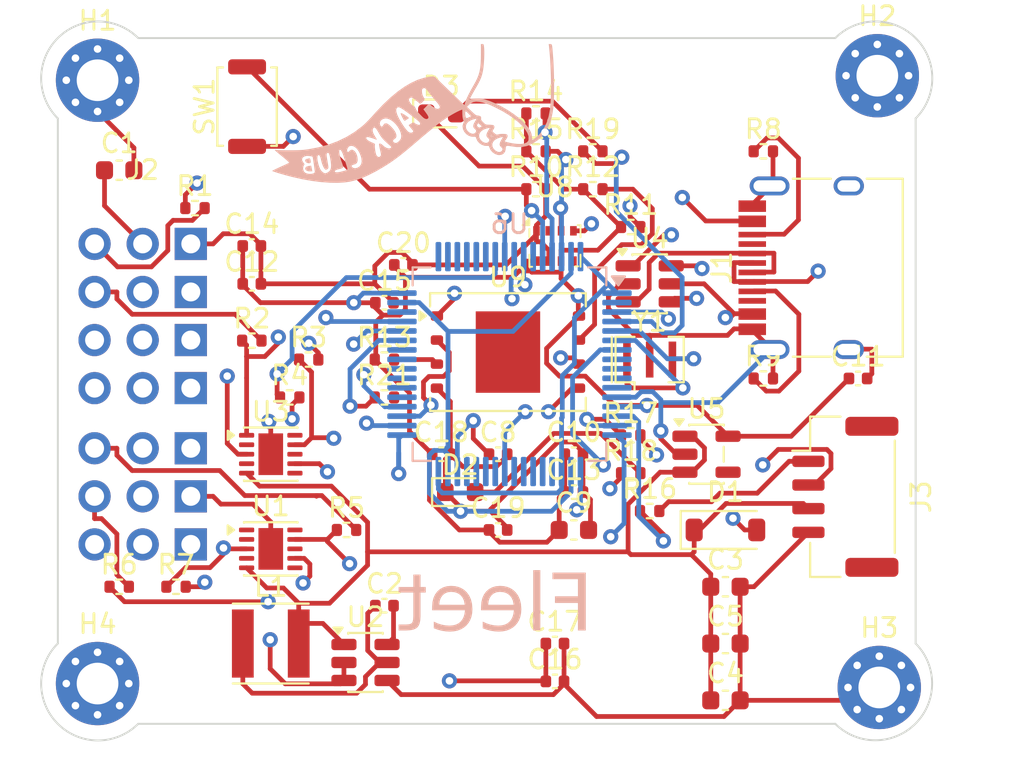
<source format=kicad_pcb>
(kicad_pcb (version 20241229) (generator "pcbnew") (generator_version "9.0")
  (layers (0 "F.Cu" signal) (2 "B.Cu" signal) (13 "F.Paste" user) (15 "B.Paste" user) (5 "F.SilkS" user "F.Silkscreen") (7 "B.SilkS" user "B.Silkscreen") (1 "F.Mask" user) (3 "B.Mask" user) (25 "Edge.Cuts" user))
  (net 0 "")
  (net 1 "GND")
  (net 2 "/S2")
  (net 3 "/S3")
  (net 4 "+3V3")
  (net 5 "VBUS")
  (net 6 "+5V")
  (net 7 "Net-(D1-A)")
  (net 8 "/S1")
  (net 9 "Net-(D3-A)")
  (net 10 "/USB_D+")
  (net 11 "/USB_D-")
  (net 12 "/TAIL")
  (net 13 "/ESC")
  (net 14 "/RPM")
  (net 15 "/SBUS")
  (net 16 "Net-(D2-A)")
  (net 17 "Net-(U2-BST)")
  (net 18 "Net-(U2-SW)")
  (net 19 "Net-(U6-PH0)")
  (net 20 "Net-(U6-PH1)")
  (net 21 "Net-(U6-VCAP_1)")
  (net 22 "Net-(J1-CC1)")
  (net 23 "Net-(J1-CC2)")
  (net 24 "Net-(J2-Pin_1)")
  (net 25 "Net-(J2-Pin_2)")
  (net 26 "Net-(J2-Pin_3)")
  (net 27 "Net-(J2-Pin_4)")
  (net 28 "Net-(J2-Pin_5)")
  (net 29 "Net-(J2-Pin_6)")
  (net 30 "/MCU_D-")
  (net 31 "/MCU_D+")
  (net 32 "Net-(J2-Pin_7)")
  (net 33 "Net-(J3-Pin_1)")
  (net 34 "Net-(J3-Pin_2)")
  (net 35 "Net-(U6-BOOT0)")
  (net 36 "/BARO_SCL")
  (net 37 "/BARO_SDA")
  (net 38 "Net-(U6-NRST)")
  (net 39 "Net-(U9-IO3)")
  (net 40 "Net-(U9-IO2)")
  (net 41 "/UART4_TX")
  (net 42 "/UART4_RX")
  (net 43 "/DSM")
  (net 44 "/LED_RD")
  (net 45 "/LED_GR")
  (net 46 "/FLASH_NSS")
  (net 47 "/FLASH_MISO")
  (net 48 "/FLASH_MOSI")
  (net 49 "/FLASH_SCK")
  (net 50 "Net-(J4-Pin_3)")
  (net 56 "/VBAT_ADC")
  (net 57 "/Vx_ADC")
  (net 58 "/5V_ADC")
  (net 59 "/Vx_Curr")
  (net 60 "/BMI_NSS")
  (net 61 "/BMI_SCK")
  (net 62 "/BMI_MISO")
  (net 63 "/BMI_MOSI")
  (net 64 "/ESC_Curr")
  (net 67 "/UART3_TX")
  (net 68 "/UART3_RX")
  (net 69 "/UART6_TX")
  (net 70 "/UART6_RX")
  (net 73 "/LEDOUT")
  (net 75 "/SWDIO")
  (net 76 "/SWCLK")
  (net 77 "/BMI_INT")
  (footprint "Capacitor_SMD:C_0402_1005Metric" (layer "F.Cu") (at 136.24 92.39)
    (property "Reference" "C14")
    (property "Value" "100n")
  )
  (footprint "Capacitor_SMD:C_0402_1005Metric" (layer "F.Cu") (at 152.24 113.39)
    (property "Reference" "C17")
    (property "Value" "100n")
  )
  (footprint "Resistor_SMD:R_0402_1005Metric" (layer "F.Cu") (at 151.24 85.39)
    (property "Reference" "R14")
    (property "Value" "10k")
  )
  (footprint "Resistor_SMD:R_0402_1005Metric" (layer "F.Cu") (at 143.24 100.39)
    (property "Reference" "R21")
    (property "Value" "22")
  )
  (footprint "Resistor_SMD:R_0402_1005Metric" (layer "F.Cu") (at 151.24 89.39)
    (property "Reference" "R10")
    (property "Value" "10k")
  )
  (footprint "Resistor_SMD:R_0402_1005Metric" (layer "F.Cu") (at 143.24 98.39)
    (property "Reference" "R13")
    (property "Value" "10k")
  )
  (footprint "MountingHole:MountingHole_2.2mm_M2_Pad_Via" (layer "F.Cu") (at 128.0967 83.6367)
    (property "Reference" "H1")
    (property "Value" "MountingHole")
  )
  (footprint "Capacitor_SMD:C_0402_1005Metric" (layer "F.Cu") (at 146.24 103.39)
    (property "Reference" "C18")
    (property "Value" "100n")
  )
  (footprint "Capacitor_SMD:C_0402_1005Metric" (layer "F.Cu") (at 144.24 93.39)
    (property "Reference" "C20")
    (property "Value" "4.7u")
  )
  (footprint "Capacitor_SMD:C_0402_1005Metric" (layer "F.Cu") (at 149.24 103.39)
    (property "Reference" "C8")
    (property "Value" "2.2u")
  )
  (footprint "Capacitor_SMD:C_0402_1005Metric" (layer "F.Cu") (at 136.24 94.39)
    (property "Reference" "C12")
    (property "Value" "100n")
  )
  (footprint "Capacitor_SMD:C_0603_1608Metric" (layer "F.Cu") (at 161.24 116.39)
    (property "Reference" "C4")
    (property "Value" "22u")
  )
  (footprint "Package_TO_SOT_SMD:TSOT-23-6" (layer "F.Cu") (at 142.24 114.39)
    (property "Reference" "U2")
    (property "Value" "AP63205WU")
  )
  (footprint "Inductor_SMD:L_Vishay_IFSC-1515AH_4x4x1.8mm" (layer "F.Cu") (at 137.24 113.39)
    (property "Reference" "L1")
    (property "Value" "CSME0418D-4R7M-LRH")
  )
  (footprint "Resistor_SMD:R_0402_1005Metric" (layer "F.Cu") (at 141.24 107.39)
    (property "Reference" "R5")
    (property "Value" "470")
  )
  (footprint "Package_TO_SOT_SMD:SOT-23-5" (layer "F.Cu") (at 160.24 103.39)
    (property "Reference" "U5")
    (property "Value" "XC6220B331MR")
  )
  (footprint "Resistor_SMD:R_0402_1005Metric" (layer "F.Cu") (at 163.24 87.39)
    (property "Reference" "R8")
    (property "Value" "5.1k")
  )
  (footprint "Package_TO_SOT_SMD:SOT-23-6" (layer "F.Cu") (at 157.24 94.39)
    (property "Reference" "U4")
    (property "Value" "USBLC6-2SC6")
  )
  (footprint "Resistor_SMD:R_0402_1005Metric" (layer "F.Cu") (at 151.24 87.39)
    (property "Reference" "R15")
    (property "Value" "10k")
  )
  (footprint "Package_DFN_QFN:DFN-10-1EP_2.6x2.6mm_P0.5mm_EP1.3x2.2mm" (layer "F.Cu") (at 137.24 103.39)
    (property "Reference" "U3")
    (property "Value" "ESD1014")
  )
  (footprint "Resistor_SMD:R_0402_1005Metric" (layer "F.Cu") (at 154.24 89.39)
    (property "Reference" "R12")
    (property "Value" "10k")
  )
  (footprint "LED_SMD:LED_0603_1608Metric" (layer "F.Cu") (at 147.24 105.39)
    (property "Reference" "D2")
    (property "Value" "Green")
  )
  (footprint "Resistor_SMD:R_0402_1005Metric" (layer "F.Cu") (at 129.24 110.39)
    (property "Reference" "R6")
    (property "Value" "470")
  )
  (footprint "servo:7xServo_Vertical" (layer "F.Cu") (at 130.485 100.21)
    (property "Reference" "J2")
    (property "Value" "Outputs")
  )
  (footprint "Resistor_SMD:R_0402_1005Metric" (layer "F.Cu") (at 154.24 87.39)
    (property "Reference" "R19")
    (property "Value" "47")
  )
  (footprint "Capacitor_SMD:C_0603_1608Metric" (layer "F.Cu") (at 153.24 107.39)
    (property "Reference" "C9")
    (property "Value" "10u")
  )
  (footprint "Capacitor_SMD:C_0402_1005Metric" (layer "F.Cu") (at 143.24 95.39)
    (property "Reference" "C15")
    (property "Value" "100n")
  )
  (footprint "Capacitor_SMD:C_0402_1005Metric" (layer "F.Cu") (at 168.24 99.39)
    (property "Reference" "C11")
    (property "Value" "1u")
  )
  (footprint "Resistor_SMD:R_0402_1005Metric" (layer "F.Cu") (at 163.24 99.39)
    (property "Reference" "R9")
    (property "Value" "5.1k")
  )
  (footprint "Capacitor_SMD:C_0402_1005Metric" (layer "F.Cu") (at 153.24 105.39)
    (property "Reference" "C13")
    (property "Value" "100n")
  )
  (footprint "Resistor_SMD:R_0402_1005Metric" (layer "F.Cu") (at 156.24 102.39)
    (property "Reference" "R17")
    (property "Value" "22")
  )
  (footprint "Resistor_SMD:R_0402_1005Metric" (layer "F.Cu") (at 156.24 104.39)
    (property "Reference" "R18")
    (property "Value" "75")
  )
  (footprint "Package_LGA:Bosch_LGA-8_2x2.5mm_P0.65mm_ClockwisePinNumbering" (layer "F.Cu") (at 152.24 92.39)
    (property "Reference" "U8")
    (property "Value" "SPL06-001")
  )
  (footprint "Capacitor_SMD:C_0402_1005Metric" (layer "F.Cu") (at 152.24 115.39)
    (property "Reference" "C16")
    (property "Value" "100n")
  )
  (footprint "Connector_USB:USB_C_Receptacle_HRO_TYPE-C-31-M-12" (layer "F.Cu") (at 166.7 93.54 90)
    (property "Reference" "J1")
    (property "Value" "USB_C_Receptacle_USB2.0")
  )
  (footprint "LED_SMD:LED_0603_1608Metric" (layer "F.Cu") (at 146.24 85.39)
    (property "Reference" "D3")
    (property "Value" "Red")
  )
  (footprint "Capacitor_SMD:C_0603_1608Metric" (layer "F.Cu") (at 161.24 110.39)
    (property "Reference" "C3")
    (property "Value" "22u")
  )
  (footprint "Resistor_SMD:R_0402_1005Metric" (layer "F.Cu") (at 156.24 91.39)
    (property "Reference" "R11")
    (property "Value" "10k")
  )
  (footprint "Connector_JST:JST_GH_BM04B-GHS-TBT_1x04-1MP_P1.25mm_Vertical" (layer "F.Cu") (at 167.57 105.64 -90)
    (property "Reference" "J3")
    (property "Value" "A")
  )
  (footprint "Capacitor_SMD:C_0402_1005Metric" (layer "F.Cu") (at 143.24 111.39)
    (property "Reference" "C2")
    (property "Value" "100n")
  )
  (footprint "MountingHole:MountingHole_2.2mm_M2_Pad_Via" (layer "F.Cu") (at 169.2567 83.3967)
    (property "Reference" "H2")
    (property "Value" "MountingHole")
  )
  (footprint "Resistor_SMD:R_0402_1005Metric" (layer "F.Cu") (at 136.24 97.39)
    (property "Reference" "R2")
    (property "Value" "470")
  )
  (footprint "Capacitor_SMD:C_0402_1005Metric" (layer "F.Cu") (at 149.24 107.39)
    (property "Reference" "C19")
    (property "Value" "100n")
  )
  (footprint "Diode_SMD:D_SOD-123" (layer "F.Cu") (at 161.24 107.39)
    (property "Reference" "D1")
    (property "Value" "B5819W_C8598")
  )
  (footprint "Capacitor_SMD:C_0402_1005Metric" (layer "F.Cu") (at 153.24 103.39)
    (property "Reference" "C10")
    (property "Value" "100n")
  )
  (footprint "Capacitor_SMD:C_0603_1608Metric" (layer "F.Cu") (at 161.24 113.39)
    (property "Reference" "C5")
    (property "Value" "10u")
  )
  (footprint "Resistor_SMD:R_0402_1005Metric" (layer "F.Cu") (at 139.24 98.39)
    (property "Reference" "R3")
    (property "Value" "470")
  )
  (footprint "Package_SON:WSON-8-1EP_8x6mm_P1.27mm_EP3.4x4.3mm" (layer "F.Cu") (at 149.76 97.995)
    (property "Reference" "U9")
    (property "Value" "W25N01G")
  )
  (footprint "MountingHole:MountingHole_2.2mm_M2_Pad_Via" (layer "F.Cu") (at 169.36 115.71)
    (property "Reference" "H3")
    (property "Value" "MountingHole")
  )
  (footprint "MountingHole:MountingHole_2.2mm_M2_Pad_Via" (layer "F.Cu") (at 128.0967 115.5033)
    (property "Reference" "H4")
    (property "Value" "MountingHole")
  )
  (footprint "Package_DFN_QFN:DFN-10-1EP_2.6x2.6mm_P0.5mm_EP1.3x2.2mm" (layer "F.Cu") (at 137.24 108.39)
    (property "Reference" "U1")
    (property "Value" "ESD1014")
  )
  (footprint "Capacitor_SMD:C_0603_1608Metric" (layer "F.Cu") (at 129.24 88.39)
    (property "Reference" "C1")
    (property "Value" "10u")
  )
  (footprint "Button_Switch_SMD:SW_Push_SPST_NO_Alps_SKRK" (layer "F.Cu") (at 135.99 85.03 90)
    (property "Reference" "SW1")
    (property "Value" "SW_Push")
  )
  (footprint "Resistor_SMD:R_0402_1005Metric" (layer "F.Cu") (at 133.24 90.39)
    (property "Reference" "R1")
    (property "Value" "470")
  )
  (footprint "Resistor_SMD:R_0402_1005Metric" (layer "F.Cu") (at 138.24 100.39)
    (property "Reference" "R4")
    (property "Value" "470")
  )
  (footprint "Resistor_SMD:R_0402_1005Metric" (layer "F.Cu") (at 157.24 106.39)
    (property "Reference" "R16")
    (property "Value" "22")
  )
  (footprint "Resistor_SMD:R_0402_1005Metric" (layer "F.Cu") (at 132.24 110.39)
    (property "Reference" "R7")
    (property "Value" "22r")
  )
  (footprint "Crystal:Resonator_SMD_Murata_CSTxExxV-3Pin_3.0x1.1mm" (layer "F.Cu") (at 157.24 98.39)
    (property "Reference" "Y1")
    (property "Value" "8MHz")
  )
  (footprint "Package_QFP:LQFP-64_10x10mm_P0.5mm" (layer "B.Cu") (at 149.84 98.63 180)
    (property "Reference" "U6")
    (property "Value" "STM32F722RETx")
  )
  (footprint "LOGO" (layer "B.Cu") (at 144.789962 85.944615 180)
    (property "Reference" "'")
    (property "Value" "LOGO" (hide yes))
  )
  (gr_arc (start 130.24264 117.63) (mid 126 117.63) (end 126 113.38736) (stroke (width 0.1)) (layer "Edge.Cuts"))
  (gr_arc (start 126 85.65264) (mid 126 81.41) (end 130.24264 81.41) (stroke (width 0.1)) (layer "Edge.Cuts"))
  (gr_line (start 171.28 85.65264) (end 171.28 113.38736) (stroke (width 0.1)) (layer "Edge.Cuts"))
  (gr_line (start 130.24264 81.41) (end 167.03736 81.41) (stroke (width 0.1)) (layer "Edge.Cuts"))
  (gr_arc (start 167.03736 81.41) (mid 171.28 81.41) (end 171.28 85.65264) (stroke (width 0.1)) (layer "Edge.Cuts"))
  (gr_line (start 126 85.65264) (end 126 113.38736) (stroke (width 0.1)) (layer "Edge.Cuts"))
  (gr_line (start 130.24264 117.63) (end 167.03736 117.63) (stroke (width 0.1)) (layer "Edge.Cuts"))
  (gr_arc (start 171.28 113.38736) (mid 171.28 117.63) (end 167.03736 117.63) (stroke (width 0.1)) (layer "Edge.Cuts"))
  (gr_text "Fleet " (at 154.28 113.21 0) (layer "B.SilkS") (effects (font (size 3 3)) (justify left bottom mirror)))
  (segment (start 143.72 95.3791) (end 142.7309 94.39) (width 0.25) (layer "F.Cu") (net 1))
  (segment (start 136.72 92.39) (end 136.72 92.3337) (width 0.25) (layer "F.Cu") (net 1))
  (segment (start 144.72 93.2803) (end 144.1732 92.7335) (width 0.25) (layer "F.Cu") (net 1))
  (segment (start 155.0624 95.7072) (end 155.0624 95.0425) (width 0.25) (layer "F.Cu") (net 1))
  (segment (start 142.7309 93.4482) (end 142.7309 94.39) (width 0.25) (layer "F.Cu") (net 1))
  (segment (start 134.1967 105.615) (end 134.607 106.0253) (width 0.25) (layer "F.Cu") (net 1))
  (segment (start 148.8494 106.2957) (end 152.3998 102.7453) (width 0.25) (layer "F.Cu") (net 1))
  (segment (start 142.7309 94.39) (end 136.72 94.39) (width 0.25) (layer "F.Cu") (net 1))
  (segment (start 151.915 92.6133) (end 151.4684 92.1667) (width 0.25) (layer "F.Cu") (net 1))
  (segment (start 137.24 101.7584) (end 137.24 103.39) (width 0.25) (layer "F.Cu") (net 1))
  (segment (start 147.3736 104.0436) (end 146.72 103.39) (width 0.25) (layer "F.Cu") (net 1))
  (segment (start 136.72 92.3337) (end 136.1318 91.7455) (width 0.25) (layer "F.Cu") (net 1))
  (segment (start 158.6456 103.39) (end 157.8287 102.5731) (width 0.25) (layer "F.Cu") (net 1))
  (segment (start 146.4525 105.39) (end 146.4525 103.6575) (width 0.25) (layer "F.Cu") (net 1))
  (segment (start 154.1158 107.2892) (end 154.1158 105.7858) (width 0.25) (layer "F.Cu") (net 1))
  (segment (start 152.1575 116.087) (end 152.72 115.5245) (width 0.25) (layer "F.Cu") (net 1))
  (segment (start 144.1245 116.087) (end 152.1575 116.087) (width 0.25) (layer "F.Cu") (net 1))
  (segment (start 163.75 89.11) (end 163.66 89.2) (width 0.25) (layer "F.Cu") (net 1))
  (segment (start 136.72 94.39) (end 136.72 92.39) (width 0.25) (layer "F.Cu") (net 1))
  (segment (start 134.7312 91.7455) (end 134.1967 92.28) (width 0.25) (layer "F.Cu") (net 1))
  (segment (start 147.257 106.4021) (end 148.8494 106.4021) (width 0.25) (layer "F.Cu") (net 1))
  (segment (start 167.7066 116.39) (end 168.1933 116.8767) (width 0.25) (layer "F.Cu") (net 1))
  (segment (start 147.257 106.1945) (end 146.4525 105.39) (width 0.25) (layer "F.Cu") (net 1))
  (segment (start 163.66 97.84) (end 162.745 96.925) (width 0.25) (layer "F.Cu") (net 1))
  (segment (start 143.3775 115.34) (end 144.1245 116.087) (width 0.25) (layer "F.Cu") (net 1))
  (segment (start 153.72 105.39) (end 153.72 103.39) (width 0.25) (layer "F.Cu") (net 1))
  (segment (start 137.24 108.39) (end 137.24 106.9633) (width 0.25) (layer "F.Cu") (net 1))
  (segment (start 152.72 113.39) (end 152.72 115.39) (width 0.25) (layer "F.Cu") (net 1))
  (segment (start 154.015 107.39) (end 154.1158 107.2892) (width 0.25) (layer "F.Cu") (net 1))
  (segment (start 156.47 97.1148) (end 155.0624 95.7072) (width 0.25) (layer "F.Cu") (net 1))
  (segment (start 151.265 91.2957) (end 151.265 91.59) (width 0.25) (layer "F.Cu") (net 1))
  (segment (start 162.745 90.115) (end 163.66 89.2) (width 0.25) (layer "F.Cu") (net 1))
  (segment (start 152.3998 102.7453) (end 153.1876 102.7453) (width 0.25) (layer "F.Cu") (net 1))
  (segment (start 149.72 103.47) (end 149.1464 104.0436) (width 0.25) (layer "F.Cu") (net 1))
  (segment (start 162.745 110.39) (end 162.015 110.39) (width 0.25) (layer "F.Cu") (net 1))
  (segment (start 133.02 92.28) (end 134.1967 92.28) (width 0.25) (layer "F.Cu") (net 1))
  (segment (start 163.75 87.39) (end 163.75 89.11) (width 0.25) (layer "F.Cu") (net 1))
  (segment (start 149.6609 93.39) (end 144.72 93.39) (width 0.25) (layer "F.Cu") (net 1))
  (segment (start 162.015 113.39) (end 162.015 110.39) (width 0.25) (layer "F.Cu") (net 1))
  (segment (start 151.75 89.39) (end 151.75 90.8107) (width 0.25) (layer "F.Cu") (net 1))
  (segment (start 157.8287 102.5731) (end 157.8287 102.1581) (width 0.25) (layer "F.Cu") (net 1))
  (segment (start 165.62 107.515) (end 162.745 110.39) (width 0.25) (layer "F.Cu") (net 1))
  (segment (start 151.265 91.7859) (end 151.265 92.1667) (width 0.25) (layer "F.Cu") (net 1))
  (segment (start 146.72 103.39) (end 146.72 100.61) (width 0.25) (layer "F.Cu") (net 1))
  (segment (start 151.915 93.19) (end 151.915 92.6133) (width 0.25) (layer "F.Cu") (net 1))
  (segment (start 144.72 93.39) (end 144.72 93.2803) (width 0.25) (layer "F.Cu") (net 1))
  (segment (start 130.015 88.39) (end 130.015 87.205) (width 0.25) (layer "F.Cu") (net 1))
  (segment (start 155.0624 95.0425) (end 155.7149 94.39) (width 0.25) (layer "F.Cu") (net 1))
  (segment (start 154.1158 105.7858) (end 153.72 105.39) (width 0.25) (layer "F.Cu") (net 1))
  (segment (start 133.02 105.615) (end 134.1967 105.615) (width 0.25) (layer "F.Cu") (net 1))
  (segment (start 154.4384 117.2429) (end 161.1621 117.2429) (width 0.25) (layer "F.Cu") (net 1))
  (segment (start 144.1732 92.7335) (end 143.4456 92.7335) (width 0.25) (layer "F.Cu") (net 1))
  (segment (start 162.745 96.77) (end 161.6933 96.77) (width 0.25) (layer "F.Cu") (net 1))
  (segment (start 152.72 115.5245) (end 154.4384 117.2429) (width 0.25) (layer "F.Cu") (net 1))
  (segment (start 159.1025 103.39) (end 158.6456 103.39) (width 0.25) (layer "F.Cu") (net 1))
  (segment (start 152.72 115.39) (end 152.72 115.5245) (width 0.25) (layer "F.Cu") (net 1))
  (segment (start 151.265 91.59) (end 151.265 91.7859) (width 0.25) (layer "F.Cu") (net 1))
  (segment (start 162.745 96.925) (end 162.745 96.77) (width 0.25) (layer "F.Cu") (net 1))
  (segment (start 162.745 90.27) (end 162.745 90.115) (width 0.25) (layer "F.Cu") (net 1))
  (segment (start 162.015 116.39) (end 167.7066 116.39) (width 0.25) (layer "F.Cu") (net 1))
  (segment (start 163.75 99.39) (end 163.75 97.93) (width 0.25) (layer "F.Cu") (net 1))
  (segment (start 161.1621 117.2429) (end 162.015 116.39) (width 0.25) (layer "F.Cu") (net 1))
  (segment (start 149.72 107.39) (end 149.72 107.2727) (width 0.25) (layer "F.Cu") (net 1))
  (segment (start 151.75 89.39) (end 150.5317 88.1717) (width 0.25) (layer "F.Cu") (net 1))
  (segment (start 148.8494 106.4021) (end 148.8494 106.2957) (width 0.25) (layer "F.Cu") (net 1))
  (segment (start 163.75 97.93) (end 163.66 97.84) (width 0.25) (layer "F.Cu") (net 1))
  (segment (start 143.4456 92.7335) (end 142.7309 93.4482) (width 0.25) (layer "F.Cu") (net 1))
  (segment (start 153.1876 102.7453) (end 153.72 103.2777) (width 0.25) (layer "F.Cu") (net 1))
  (segment (start 157.24 97.1133) (end 161.35 97.1133) (width 0.25) (layer "F.Cu") (net 1))
  (segment (start 168.9667 99.1433) (end 168.72 99.39) (width 0.25) (layer "F.Cu") (net 1))
  (segment (start 149.72 107.2727) (end 148.8494 106.4021) (width 0.25) (layer "F.Cu") (net 1))
  (segment (start 157.24 97.115) (end 157.24 97.1148) (width 0.25) (layer "F.Cu") (net 1))
  (segment (start 149.72 103.39) (end 149.72 103.47) (width 0.25) (layer "F.Cu") (net 1))
  (segment (start 137.1394 101.6578) (end 137.24 101.7584) (width 0.25) (layer "F.Cu") (net 1))
  (segment (start 143.72 95.39) (end 143.72 95.3791) (width 0.25) (layer "F.Cu") (net 1))
  (segment (start 157.24 97.1148) (end 156.47 97.1148) (width 0.25) (layer "F.Cu") (net 1))
  (segment (start 146.4525 103.6575) (end 146.72 103.39) (width 0.25) (layer "F.Cu") (net 1))
  (segment (start 136.302 106.0253) (end 137.24 106.9633) (width 0.25) (layer "F.Cu") (net 1))
  (segment (start 149.1464 104.0436) (end 147.3736 104.0436) (width 0.25) (layer "F.Cu") (net 1))
  (segment (start 150.5317 88.1717) (end 148.2342 88.1717) (width 0.25) (layer "F.Cu") (net 1))
  (segment (start 130.015 87.205) (end 128.0967 85.2867) (width 0.25) (layer "F.Cu") (net 1))
  (segment (start 162.015 116.39) (end 162.015 113.39) (width 0.25) (layer "F.Cu") (net 1))
  (segment (start 157.24 98.39) (end 157.24 97.115) (width 0.25) (layer "F.Cu") (net 1))
  (segment (start 151.4684 92.1667) (end 151.265 92.1667) (width 0.25) (layer "F.Cu") (net 1))
  (segment (start 151.265 91.7859) (end 149.6609 93.39) (width 0.25) (layer "F.Cu") (net 1))
  (segment (start 161.35 97.1133) (end 161.6933 96.77) (width 0.25) (layer "F.Cu") (net 1))
  (segment (start 157.24 97.1148) (end 157.24 97.1133) (width 0.25) (layer "F.Cu") (net 1))
  (segment (start 134.607 106.0253) (end 136.302 106.0253) (width 0.25) (layer "F.Cu") (net 1))
  (segment (start 155.7149 94.39) (end 156.1025 94.39) (width 0.25) (layer "F.Cu") (net 1))
  (segment (start 136.1318 91.7455) (end 134.7312 91.7455) (width 0.25) (layer "F.Cu") (net 1))
  (segment (start 168.9667 97.84) (end 168.9667 99.1433) (width 0.25) (layer "F.Cu") (net 1))
  (segment (start 147.257 106.4021) (end 147.257 106.1945) (width 0.25) (layer "F.Cu") (net 1))
  (segment (start 148.2342 88.1717) (end 145.4525 85.39) (width 0.25) (layer "F.Cu") (net 1))
  (segment (start 153.72 103.2777) (end 153.72 103.39) (width 0.25) (layer "F.Cu") (net 1))
  (segment (start 151.75 90.8107) (end 151.265 91.2957) (width 0.25) (layer "F.Cu") (net 1))
  (segment (start 167.84 97.84) (end 168.9667 97.84) (width 0.25) (layer "F.Cu") (net 1))
  (segment (start 146.72 100.61) (end 146.01 99.9) (width 0.25) (layer "F.Cu") (net 1))
  (via (at 157.8287 102.1581) (size 0.8) (drill 0.4) (layers "F.Cu" "B.Cu") (net 1))
  (via (at 147.257 106.4021) (size 0.8) (drill 0.4) (layers "F.Cu" "B.Cu") (net 1))
  (via (at 137.1394 101.6578) (size 0.8) (drill 0.4) (layers "F.Cu" "B.Cu") (net 1))
  (segment (start 146.59 103.3913) (end 146.59 104.305) (width 0.25) (layer "B.Cu") (net 1))
  (segment (start 153.09 105.3755) (end 152.0634 106.4021) (width 0.25) (layer "B.Cu") (net 1))
  (segment (start 156.5048 100.38) (end 155.515 100.38) (width 0.25) (layer "B.Cu") (net 1))
  (segment (start 145.613 103.4312) (end 145.613 105.4481) (width 0.25) (layer "B.Cu") (net 1))
  (segment (start 157.8287 100.664) (end 157.8287 100.514) (width 0.25) (layer "B.Cu") (net 1))
  (segment (start 146.596 96.9044) (end 145.0716 95.38) (width 0.25) (layer "B.Cu") (net 1))
  (segment (start 153.09 104.305) (end 153.09 105.3755) (width 0.25) (layer "B.Cu") (net 1))
  (segment (start 153.09 92.955) (end 153.09 93.8367) (width 0.25) (layer "B.Cu") (net 1))
  (segment (start 146.596 102.9827) (end 146.3887 103.19) (width 0.25) (layer "B.Cu") (net 1))
  (segment (start 152.0634 106.4021) (end 147.257 106.4021) (width 0.25) (layer "B.Cu") (net 1))
  (segment (start 146.3887 103.19) (end 145.8542 103.19) (width 0.25) (layer "B.Cu") (net 1))
  (segment (start 156.7988 100.086) (end 156.5048 100.38) (width 0.25) (layer "B.Cu") (net 1))
  (segment (start 157.4007 100.086) (end 156.7988 100.086) (width 0.25) (layer "B.Cu") (net 1))
  (segment (start 145.613 105.4481) (end 146.567 106.4021) (width 0.25) (layer "B.Cu") (net 1))
  (segment (start 145.8542 103.19) (end 145.613 103.4312) (width 0.25) (layer "B.Cu") (net 1))
  (segment (start 146.596 96.9044) (end 146.596 102.9827) (width 0.25) (layer "B.Cu") (net 1))
  (segment (start 160.836 100.664) (end 157.8287 100.664) (width 0.25) (layer "B.Cu") (net 1))
  (segment (start 146.3887 103.19) (end 146.59 103.3913) (width 0.25) (layer "B.Cu") (net 1))
  (segment (start 157.8287 100.514) (end 157.4007 100.086) (width 0.25) (layer "B.Cu") (net 1))
  (segment (start 145.0716 95.38) (end 144.165 95.38) (width 0.25) (layer "B.Cu") (net 1))
  (segment (start 146.567 106.4021) (end 147.257 106.4021) (width 0.25) (layer "B.Cu") (net 1))
  (segment (start 150.0223 96.9044) (end 146.596 96.9044) (width 0.25) (layer "B.Cu") (net 1))
  (segment (start 153.09 93.8367) (end 150.0223 96.9044) (width 0.25) (layer "B.Cu") (net 1))
  (segment (start 157.8287 102.1581) (end 157.8287 100.664) (width 0.25) (layer "B.Cu") (net 1))
  (segment (start 163.66 97.84) (end 160.836 100.664) (width 0.25) (layer "B.Cu") (net 1))
  (segment (start 135.965 99.3626) (end 135.965 102.39) (width 0.25) (layer "F.Cu") (net 2))
  (segment (start 135.965 97.625) (end 135.965 98.2304) (width 0.25) (layer "F.Cu") (net 2))
  (segment (start 135.965 98.2304) (end 136.9258 98.2304) (width 0.25) (layer "F.Cu") (net 2))
  (segment (start 137.6393 97.5169) (end 137.6393 97.203) (width 0.25) (layer "F.Cu") (net 2))
  (segment (start 135.965 98.2304) (end 135.965 99.3626) (width 0.25) (layer "F.Cu") (net 2))
  (segment (start 136.9258 98.2304) (end 137.6393 97.5169) (width 0.25) (layer "F.Cu") (net 2))
  (segment (start 135.73 97.39) (end 135.965 97.625) (width 0.25) (layer "F.Cu") (net 2))
  (via (at 137.6393 97.203) (size 0.8) (drill 0.4) (layers "F.Cu" "B.Cu") (net 2))
  (via (at 149.9726 95.1762) (size 0.8) (drill 0.4) (layers "F.Cu" "B.Cu") (net 2))
  (segment (start 149.9278 94.136) (end 149.9278 95.1314) (width 0.25) (layer "B.Cu") (net 2))
  (segment (start 149.9726 95.1762) (end 149.9726 95.1778) (width 0.25) (layer "B.Cu") (net 2))
  (segment (start 149.9278 95.1314) (end 149.9726 95.1762) (width 0.25) (layer "B.Cu") (net 2))
  (segment (start 149.9726 95.1778) (end 149.9726 95.1762) (width 0.25) (layer "B.Cu") (net 2))
  (segment (start 150.09 93.9738) (end 149.9278 94.136) (width 0.25) (layer "B.Cu") (net 2))
  (segment (start 150.09 92.955) (end 150.09 93.9738) (width 0.25) (layer "B.Cu") (net 2))
  (segment (start 140.5627 102.5469) (end 140.534 102.5182) (width 0.25) (layer "F.Cu") (net 3))
  (segment (start 139.3928 102.5182) (end 139.3928 99.0528) (width 0.25) (layer "F.Cu") (net 3))
  (segment (start 139.021 102.89) (end 139.3928 102.5182) (width 0.25) (layer "F.Cu") (net 3))
  (segment (start 140.534 102.5182) (end 139.3928 102.5182) (width 0.25) (layer "F.Cu") (net 3))
  (segment (start 138.515 102.89) (end 139.021 102.89) (width 0.25) (layer "F.Cu") (net 3))
  (segment (start 139.3928 99.0528) (end 138.73 98.39) (width 0.25) (layer "F.Cu") (net 3))
  (via (at 140.5627 102.5469) (size 0.8) (drill 0.4) (layers "F.Cu" "B.Cu") (net 3))
  (via (at 150.675 101.1449) (size 0.8) (drill 0.4) (layers "F.Cu" "B.Cu") (net 3))
  (segment (start 150.675 101.1449) (end 149.59 102.2299) (width 0.25) (layer "B.Cu") (net 3))
  (segment (start 149.59 102.2299) (end 149.59 104.305) (width 0.25) (layer "B.Cu") (net 3))
  (segment (start 155.73 91.39) (end 153.73 89.39) (width 0.25) (layer "F.Cu") (net 4))
  (segment (start 143.76 93.4586) (end 144.3473 94.0459) (width 0.25) (layer "F.Cu") (net 4))
  (segment (start 154.5067 92.6133) (end 152.565 92.6133) (width 0.25) (layer "F.Cu") (net 4))
  (segment (start 148.76 107.4712) (end 148.76 107.39) (width 0.25) (layer "F.Cu") (net 4))
  (segment (start 149.3271 108.0383) (end 148.76 107.4712) (width 0.25) (layer "F.Cu") (net 4))
  (segment (start 153.51 96.09) (end 151.8 97.8) (width 0.25) (layer "F.Cu") (net 4))
  (segment (start 151.76 115.39) (end 151.76 115.3603) (width 0.25) (layer "F.Cu") (net 4))
  (segment (start 150.3536 93.7102) (end 150.0179 94.0459) (width 0.25) (layer "F.Cu") (net 4))
  (segment (start 150.73 87.39) (end 150.73 85.39) (width 0.25) (layer "F.Cu") (net 4))
  (segment (start 147.194 107.39) (end 145.6173 105.8133) (width 0.25) (layer "F.Cu") (net 4))
  (segment (start 151.76 115.3603) (end 151.76 113.39) (width 0.25) (layer "F.Cu") (net 4))
  (segment (start 144.5632 102.1932) (end 145.76 103.39) (width 0.25) (layer "F.Cu") (net 4))
  (segment (start 152.76 105.39) (end 152.76 103.39) (width 0.25) (layer "F.Cu") (net 4))
  (segment (start 150.9555 93.7102) (end 150.7633 93.7102) (width 0.25) (layer "F.Cu") (net 4))
  (segment (start 152.465 107.39) (end 151.8167 108.0383) (width 0.25) (layer "F.Cu") (net 4))
  (segment (start 153.4729 95.0204) (end 153.4729 96.0529) (width 0.25) (layer "F.Cu") (net 4))
  (segment (start 152.478 99.265) (end 153.8412 99.265) (width 0.25) (layer "F.Cu") (net 4))
  (segment (start 161.3775 102.44) (end 159.7502 100.8127) (width 0.25) (layer "F.Cu") (net 4))
  (segment (start 143.76 93.39) (end 143.76 93.4586) (width 0.25) (layer "F.Cu") (net 4))
  (segment (start 152.565 93.19) (end 152.565 92.6133) (width 0.25) (layer "F.Cu") (net 4))
  (segment (start 155.73 91.39) (end 154.5067 92.6133) (width 0.25) (layer "F.Cu") (net 4))
  (segment (start 142.7815 98.45) (end 143.9746 99.6431) (width 0.25) (layer "F.Cu") (net 4))
  (segment (start 144.5632 100.1536) (end 144.5632 102.1932) (width 0.25) (layer "F.Cu") (net 4))
  (segment (start 145.6173 105.8133) (end 145.6173 103.5327) (width 0.25) (layer "F.Cu") (net 4))
  (segment (start 144.3473 94.0459) (end 144.3473 95.7456) (width 0.25) (layer "F.Cu") (net 4))
  (segment (start 141.6249 95.39) (end 142.76 95.39) (width 0.25) (layer "F.Cu") (net 4))
  (segment (start 135.76 94.4461) (end 135.76 94.39) (width 0.25) (layer "F.Cu") (net 4))
  (segment (start 142.73 98.39) (end 142.7815 98.39) (width 0.25) (layer "F.Cu") (net 4))
  (segment (start 153.73 89.39) (end 152.73 89.39) (width 0.25) (layer "F.Cu") (net 4))
  (segment (start 153.4729 96.0529) (end 153.51 96.09) (width 0.25) (layer "F.Cu") (net 4))
  (segment (start 144.3473 95.7456) (end 144.0497 96.0432) (width 0.25) (layer "F.Cu") (net 4))
  (segment (start 135.99 87.13) (end 137.9058 87.13) (width 0.25) (layer "F.Cu") (net 4))
  (segment (start 152.565 93.776) (end 152.565 94.1125) (width 0.25) (layer "F.Cu") (net 4))
  (segment (start 150.0179 94.0459) (end 144.3473 94.0459) (width 0.25) (layer "F.Cu") (net 4))
  (segment (start 142.76 95.6454) (end 142.76 95.39) (width 0.25) (layer "F.Cu") (net 4))
  (segment (start 141.6208 95.3859) (end 141.6249 95.39) (width 0.25) (layer "F.Cu") (net 4))
  (segment (start 159.7502 100.8127) (end 157.0997 100.8127) (width 0.25) (layer "F.Cu") (net 4))
  (segment (start 151.0213 93.776) (end 150.9555 93.7102) (width 0.25) (layer "F.Cu") (net 4))
  (segment (start 152.565 94.1125) (end 153.4729 95.0204) (width 0.25) (layer "F.Cu") (net 4))
  (segment (start 135.76 92.39) (end 135.76 94.39) (width 0.25) (layer "F.Cu") (net 4))
  (segment (start 152.565 93.776) (end 151.0213 93.776) (width 0.25) (layer "F.Cu") (net 4))
  (segment (start 145.6173 103.5327) (end 145.76 103.39) (width 0.25) (layer "F.Cu") (net 4))
  (segment (start 136.6998 95.3859) (end 135.76 94.4461) (width 0.25) (layer "F.Cu") (net 4))
  (segment (start 143.1578 96.0432) (end 142.76 95.6454) (width 0.25) (layer "F.Cu") (net 4))
  (segment (start 151.8167 108.0383) (end 149.3271 108.0383) (width 0.25) (layer "F.Cu") (net 4))
  (segment (start 142.7815 98.39) (end 142.7815 96.4195) (width 0.25) (layer "F.Cu") (net 4))
  (segment (start 152.73 89.39) (end 150.73 87.39) (width 0.25) (layer "F.Cu") (net 4))
  (segment (start 148.76 107.39) (end 147.194 107.39) (width 0.25) (layer "F.Cu") (net 4))
  (segment (start 167.76 99.39) (end 164.71 102.44) (width 0.25) (layer "F.Cu") (net 4))
  (segment (start 150.7633 93.7102) (end 150.3536 93.7102) (width 0.25) (layer "F.Cu") (net 4))
  (segment (start 142.7815 98.39) (end 142.7815 98.45) (width 0.25) (layer "F.Cu") (net 4))
  (segment (start 151.8 97.8) (end 151.8 98.587) (width 0.25) (layer "F.Cu") (net 4))
  (segment (start 152.76 105.39) (end 152.465 105.685) (width 0.25) (layer "F.Cu") (net 4))
  (segment (start 151.8 98.587) (end 152.478 99.265) (width 0.25) (layer "F.Cu") (net 4))
  (segment (start 141.6208 95.3859) (end 136.6998 95.3859) (width 0.25) (layer "F.Cu") (net 4))
  (segment (start 151.76 115.3603) (end 146.6719 115.3603) (width 0.25) (layer "F.Cu") (net 4))
  (segment (start 152.465 105.685) (end 152.465 107.39) (width 0.25) (layer "F.Cu") (net 4))
  (segment (start 150.7633 93.7102) (end 150.7633 93.19) (width 0.25) (layer "F.Cu") (net 4))
  (segment (start 152.565 93.776) (end 152.565 93.19) (width 0.25) (layer "F.Cu") (net 4))
  (segment (start 144.0497 96.0432) (end 143.1578 96.0432) (width 0.25) (layer "F.Cu") (net 4))
  (segment (start 153.8412 99.265) (end 155.3889 100.8127) (width 0.25) (layer "F.Cu") (net 4))
  (segment (start 164.71 102.44) (end 161.3775 102.44) (width 0.25) (layer "F.Cu") (net 4))
  (segment (start 144.0527 99.6431) (end 144.5632 100.1536) (width 0.25) (layer "F.Cu") (net 4))
  (segment (start 143.9746 99.6431) (end 144.0527 99.6431) (width 0.25) (layer "F.Cu") (net 4))
  (segment (start 137.9058 87.13) (end 138.4244 86.6114) (width 0.25) (layer "F.Cu") (net 4))
  (segment (start 155.3889 100.8127) (end 157.0997 100.8127) (width 0.25) (layer "F.Cu") (net 4))
  (segment (start 151.265 93.19) (end 150.7633 93.19) (width 0.25) (layer "F.Cu") (net 4))
  (segment (start 142.7815 96.4195) (end 143.1578 96.0432) (width 0.25) (layer "F.Cu") (net 4))
  (via (at 138.4244 86.6114) (size 0.8) (drill 0.4) (layers "F.Cu" "B.Cu") (net 4))
  (via (at 157.0997 100.8127) (size 0.8) (drill 0.4) (layers "F.Cu" "B.Cu") (net 4))
  (via (at 141.6208 95.3859) (size 0.8) (drill 0.4) (layers "F.Cu" "B.Cu") (net 4))
  (via (at 146.6719 115.3603) (size 0.8) (drill 0.4) (layers "F.Cu" "B.Cu") (net 4))
  (via (at 153.4729 95.0204) (size 0.8) (drill 0.4) (layers "F.Cu" "B.Cu") (net 4))
  (segment (start 152.8425 99.0274) (end 153.2686 98.6013) (width 0.25) (layer "B.Cu") (net 4))
  (segment (start 146.2952 105.4353) (end 146.09 105.2301) (width 0.25) (layer "B.Cu") (net 4))
  (segment (start 152.59 104.305) (end 152.59 101.4838) (width 0.25) (layer "B.Cu") (net 4))
  (segment (start 152.59 104.305) (end 152.59 105.2236) (width 0.25) (layer "B.Cu") (net 4))
  (segment (start 142.1267 94.88) (end 144.165 94.88) (width 0.25) (layer "B.Cu") (net 4))
  (segment (start 155.0457 94.4106) (end 155.515 94.88) (width 0.25) (layer "B.Cu") (net 4))
  (segment (start 153.9544 95.5019) (end 155.0457 94.4106) (width 0.25) (layer "B.Cu") (net 4))
  (segment (start 153.2686 96.1877) (end 153.9544 95.5019) (width 0.25) (layer "B.Cu") (net 4))
  (segment (start 152.6279 101.4459) (end 152.6279 99.2387) (width 0.25) (layer "B.Cu") (net 4))
  (segment (start 153.2686 98.6013) (end 153.2686 96.1877) (width 0.25) (layer "B.Cu") (net 4))
  (segment (start 141.6208 95.3859) (end 142.1267 94.88) (width 0.25) (layer "B.Cu") (net 4))
  (segment (start 157.0324 100.88) (end 155.515 100.88) (width 0.25) (layer "B.Cu") (net 4))
  (segment (start 153.59 92.955) (end 155.0457 94.4106) (width 0.25) (layer "B.Cu") (net 4))
  (segment (start 152.6279 99.2387) (end 152.8392 99.0274) (width 0.25) (layer "B.Cu") (net 4))
  (segment (start 157.0997 100.8127) (end 157.0324 100.88) (width 0.25) (layer "B.Cu") (net 4))
  (segment (start 152.8392 99.0274) (end 152.8425 99.0274) (width 0.25) (layer "B.Cu") (net 4))
  (segment (start 146.09 105.2301) (end 146.09 104.305) (width 0.25) (layer "B.Cu") (net 4))
  (segment (start 152.59 101.4838) (end 152.6279 101.4459) (width 0.25) (layer "B.Cu") (net 4))
  (segment (start 153.9544 95.5019) (end 153.4729 95.0204) (width 0.25) (layer "B.Cu") (net 4))
  (segment (start 152.59 105.2236) (end 152.3783 105.4353) (width 0.25) (layer "B.Cu") (net 4))
  (segment (start 152.3783 105.4353) (end 146.2952 105.4353) (width 0.25) (layer "B.Cu") (net 4))
  (segment (start 128.465 90.265) (end 130.48 92.28) (width 0.25) (layer "F.Cu") (net 5))
  (segment (start 141.1025 114.39) (end 141.1025 115.34) (width 0.25) (layer "F.Cu") (net 5))
  (segment (start 140.9258 115.5167) (end 138.0046 115.5167) (width 0.25) (layer "F.Cu") (net 5))
  (segment (start 137.21 114.7221) (end 137.21 113.1865) (width 0.25) (layer "F.Cu") (net 5))
  (segment (start 138.0046 115.5167) (end 137.21 114.7221) (width 0.25) (layer "F.Cu") (net 5))
  (segment (start 128.465 88.39) (end 128.465 90.265) (width 0.25) (layer "F.Cu") (net 5))
  (segment (start 141.1025 115.34) (end 140.9258 115.5167) (width 0.25) (layer "F.Cu") (net 5))
  (via (at 137.21 113.1865) (size 0.8) (drill 0.4) (layers "F.Cu" "B.Cu") (net 5))
  (segment (start 142.3506 106.9867) (end 142.3506 108.5459) (width 0.25) (layer "F.Cu") (net 6))
  (segment (start 157.7918 104.34) (end 159.1025 104.34) (width 0.25) (layer "F.Cu") (net 6))
  (segment (start 135.965 104.39) (end 136.6508 105.0758) (width 0.25) (layer "F.Cu") (net 6))
  (segment (start 161.2733 105.9911) (end 165.3461 105.9911) (width 0.25) (layer "F.Cu") (net 6))
  (segment (start 137.9061 110.4544) (end 137.0294 110.4544) (width 0.25) (layer "F.Cu") (net 6))
  (segment (start 159.8744 107.39) (end 161.2733 105.9911) (width 0.25) (layer "F.Cu") (net 6))
  (segment (start 138.715 112.3266) (end 138.715 111.2633) (width 0.25) (layer "F.Cu") (net 6))
  (segment (start 139.9891 112.3266) (end 141.1025 113.44) (width 0.25) (layer "F.Cu") (net 6))
  (segment (start 156.25 108.6946) (end 159.4413 108.6946) (width 0.25) (layer "F.Cu") (net 6))
  (segment (start 140.3412 111.2633) (end 142.3506 109.2539) (width 0.25) (layer "F.Cu") (net 6))
  (segment (start 156.1013 106.0305) (end 157.7918 104.34) (width 0.25) (layer "F.Cu") (net 6))
  (segment (start 138.715 111.2633) (end 137.9061 110.4544) (width 0.25) (layer "F.Cu") (net 6))
  (segment (start 165.3461 105.9911) (end 165.62 106.265) (width 0.25) (layer "F.Cu") (net 6))
  (segment (start 160.1322 103.6979) (end 159.4902 104.3399) (width 0.25) (layer "F.Cu") (net 6))
  (segment (start 137.0294 110.4544) (end 135.965 109.39) (width 0.25) (layer "F.Cu") (net 6))
  (segment (start 160.465 113.39) (end 160.465 110.39) (width 0.25) (layer "F.Cu") (net 6))
  (segment (start 140.4397 105.0758) (end 142.3506 106.9867) (width 0.25) (layer "F.Cu") (net 6))
  (segment (start 159.4413 108.6946) (end 159.59 108.5459) (width 0.25) (layer "F.Cu") (net 6))
  (segment (start 142.3506 109.2539) (end 142.3506 108.5459) (width 0.25) (layer "F.Cu") (net 6))
  (segment (start 159.59 107.39) (end 159.8744 107.39) (width 0.25) (layer "F.Cu") (net 6))
  (segment (start 160.1322 103.0557) (end 160.1322 103.6979) (width 0.25) (layer "F.Cu") (net 6))
  (segment (start 138.715 112.3266) (end 139.9891 112.3266) (width 0.25) (layer "F.Cu") (net 6))
  (segment (start 159.59 108.5459) (end 159.59 107.39) (width 0.25) (layer "F.Cu") (net 6))
  (segment (start 156.1013 108.5459) (end 156.25 108.6946) (width 0.25) (layer "F.Cu") (net 6))
  (segment (start 160.465 109.7183) (end 159.4413 108.6946) (width 0.25) (layer "F.Cu") (net 6))
  (segment (start 142.3506 108.5459) (end 156.1013 108.5459) (width 0.25) (layer "F.Cu") (net 6))
  (segment (start 159.1025 102.44) (end 159.5165 102.44) (width 0.25) (layer "F.Cu") (net 6))
  (segment (start 136.6508 105.0758) (end 140.4397 105.0758) (width 0.25) (layer "F.Cu") (net 6))
  (segment (start 138.715 113.39) (end 138.715 112.3266) (width 0.25) (layer "F.Cu") (net 6))
  (segment (start 156.1013 108.5459) (end 156.1013 106.0305) (width 0.25) (layer "F.Cu") (net 6))
  (segment (start 159.4902 104.3399) (end 159.1025 104.3399) (width 0.25) (layer "F.Cu") (net 6))
  (segment (start 160.465 116.39) (end 160.465 113.39) (width 0.25) (layer "F.Cu") (net 6))
  (segment (start 159.5165 102.44) (end 160.1322 103.0557) (width 0.25) (layer "F.Cu") (net 6))
  (segment (start 160.465 110.39) (end 160.465 109.7183) (width 0.25) (layer "F.Cu") (net 6))
  (segment (start 138.715 111.2633) (end 140.3412 111.2633) (width 0.25) (layer "F.Cu") (net 6))
  (segment (start 159.1025 104.3399) (end 159.1025 104.34) (width 0.25) (layer "F.Cu") (net 6))
  (segment (start 161.6933 95.97) (end 160.1133 94.39) (width 0.25) (layer "F.Cu") (net 7))
  (segment (start 160.2016 91.07) (end 162.745 91.07) (width 0.25) (layer "F.Cu") (net 7))
  (segment (start 162.89 107.39) (end 162.2566 107.39) (width 0.25) (layer "F.Cu") (net 7))
  (segment (start 161.4898 96.1735) (end 161.6933 95.97) (width 0.25) (layer "F.Cu") (net 7))
  (segment (start 162.2566 107.39) (end 161.6396 106.773) (width 0.25) (layer "F.Cu") (net 7))
  (segment (start 162.745 95.97) (end 161.6933 95.97) (width 0.25) (layer "F.Cu") (net 7))
  (segment (start 161.2352 96.1735) (end 161.4898 96.1735) (width 0.25) (layer "F.Cu") (net 7))
  (segment (start 160.1133 94.39) (end 158.3775 94.39) (width 0.25) (layer "F.Cu") (net 7))
  (segment (start 158.9631 89.8315) (end 160.2016 91.07) (width 0.25) (layer "F.Cu") (net 7))
  (via (at 161.2352 96.1735) (size 0.8) (drill 0.4) (layers "F.Cu" "B.Cu") (net 7))
  (via (at 158.9631 89.8315) (size 0.8) (drill 0.4) (layers "F.Cu" "B.Cu") (net 7))
  (via (at 161.6396 106.773) (size 0.8) (drill 0.4) (layers "F.Cu" "B.Cu") (net 7))
  (segment (start 135.5116 103.39) (end 134.9428 102.8212) (width 0.25) (layer "F.Cu") (net 8))
  (segment (start 133.3476 89.0677) (end 132.73 89.6853) (width 0.25) (layer "F.Cu") (net 8))
  (segment (start 132.73 89.6853) (end 132.73 90.39) (width 0.25) (layer "F.Cu") (net 8))
  (segment (start 134.9428 102.8212) (end 134.9428 99.2631) (width 0.25) (layer "F.Cu") (net 8))
  (segment (start 135.965 103.39) (end 135.5116 103.39) (width 0.25) (layer "F.Cu") (net 8))
  (via (at 134.9428 99.2631) (size 0.8) (drill 0.4) (layers "F.Cu" "B.Cu") (net 8))
  (via (at 133.3476 89.0677) (size 0.8) (drill 0.4) (layers "F.Cu" "B.Cu") (net 8))
  (via (at 149.6145 90.8251) (size 0.8) (drill 0.4) (layers "F.Cu" "B.Cu") (net 8))
  (segment (start 149.59 92.955) (end 149.59 90.8496) (width 0.25) (layer "B.Cu") (net 8))
  (segment (start 149.59 90.8496) (end 149.6145 90.8251) (width 0.25) (layer "B.Cu") (net 8))
  (segment (start 147.6749 84.7426) (end 147.0275 85.39) (width 0.25) (layer "F.Cu") (net 9))
  (segment (start 152.1026 84.7426) (end 147.6749 84.7426) (width 0.25) (layer "F.Cu") (net 9))
  (segment (start 154.75 87.39) (end 152.1026 84.7426) (width 0.25) (layer "F.Cu") (net 9))
  (segment (start 162.745 92.77) (end 163.7967 92.77) (width 0.25) (layer "F.Cu") (net 10))
  (segment (start 156.5414 95.34) (end 156.1025 95.34) (width 0.25) (layer "F.Cu") (net 10))
  (segment (start 162.745 92.77) (end 157.7095 92.77) (width 0.25) (layer "F.Cu") (net 10))
  (segment (start 157.2145 93.265) (end 157.2145 94.6669) (width 0.25) (layer "F.Cu") (net 10))
  (segment (start 157.7095 92.77) (end 157.2145 93.265) (width 0.25) (layer "F.Cu") (net 10))
  (segment (start 162.745 93.77) (end 163.7967 93.77) (width 0.25) (layer "F.Cu") (net 10))
  (segment (start 163.7967 92.77) (end 163.7967 93.77) (width 0.25) (layer "F.Cu") (net 10))
  (segment (start 157.2145 94.6669) (end 156.5414 95.34) (width 0.25) (layer "F.Cu") (net 10))
  (segment (start 162.3325 94.27) (end 161.6933 94.27) (width 0.25) (layer "F.Cu") (net 11))
  (segment (start 162.3325 94.27) (end 162.745 94.27) (width 0.25) (layer "F.Cu") (net 11))
  (segment (start 156.3639 93.44) (end 156.1025 93.44) (width 0.25) (layer "F.Cu") (net 11))
  (segment (start 158.0028 91.8011) (end 156.3639 93.44) (width 0.25) (layer "F.Cu") (net 11))
  (segment (start 162.745 94.27) (end 165.5807 94.27) (width 0.25) (layer "F.Cu") (net 11))
  (segment (start 165.5807 94.27) (end 166.1322 93.7185) (width 0.25) (layer "F.Cu") (net 11))
  (segment (start 158.3899 91.8011) (end 158.0028 91.8011) (width 0.25) (layer "F.Cu") (net 11))
  (segment (start 161.6933 93.27) (end 161.6933 94.27) (width 0.25) (layer "F.Cu") (net 11))
  (segment (start 162.745 93.27) (end 161.6933 93.27) (width 0.25) (layer "F.Cu") (net 11))
  (via (at 158.3899 91.8011) (size 0.8) (drill 0.4) (layers "F.Cu" "B.Cu") (net 11))
  (via (at 166.1322 93.7185) (size 0.8) (drill 0.4) (layers "F.Cu" "B.Cu") (net 11))
  (segment (start 139.8058 103.89) (end 140.2336 104.3178) (width 0.25) (layer "F.Cu") (net 12))
  (segment (start 138.515 103.89) (end 139.8058 103.89) (width 0.25) (layer "F.Cu") (net 12))
  (segment (start 137.5748 99.1504) (end 137.5748 100.2348) (width 0.25) (layer "F.Cu") (net 12))
  (segment (start 137.5748 100.2348) (end 137.73 100.39) (width 0.25) (layer "F.Cu") (net 12))
  (via (at 140.2336 104.3178) (size 0.8) (drill 0.4) (layers "F.Cu" "B.Cu") (net 12))
  (via (at 137.5748 99.1504) (size 0.8) (drill 0.4) (layers "F.Cu" "B.Cu") (net 12))
  (segment (start 138.366 98.3592) (end 137.5748 99.1504) (width 0.25) (layer "B.Cu") (net 12))
  (segment (start 141.2334 94.0606) (end 138.366 96.928) (width 0.25) (layer "B.Cu") (net 12))
  (segment (start 148.8709 94.0606) (end 141.2334 94.0606) (width 0.25) (layer "B.Cu") (net 12))
  (segment (start 149.09 92.955) (end 149.09 93.8415) (width 0.25) (layer "B.Cu") (net 12))
  (segment (start 138.366 96.928) (end 138.366 98.3592) (width 0.25) (layer "B.Cu") (net 12))
  (segment (start 149.09 93.8415) (end 148.8709 94.0606) (width 0.25) (layer "B.Cu") (net 12))
  (segment (start 140.23 107.9994) (end 141.4009 109.1703) (width 0.25) (layer "F.Cu") (net 13))
  (segment (start 141.4009 109.1703) (end 141.3277 109.0971) (width 0.25) (layer "F.Cu") (net 13))
  (segment (start 141.3277 109.0971) (end 141.4009 109.1703) (width 0.25) (layer "F.Cu") (net 13))
  (segment (start 140.73 107.39) (end 140.23 107.89) (width 0.25) (layer "F.Cu") (net 13))
  (segment (start 140.23 107.89) (end 138.515 107.89) (width 0.25) (layer "F.Cu") (net 13))
  (segment (start 140.23 107.89) (end 140.23 107.9994) (width 0.25) (layer "F.Cu") (net 13))
  (via (at 150.6545 94.4369) (size 0.8) (drill 0.4) (layers "F.Cu" "B.Cu") (net 13))
  (via (at 141.4009 109.1703) (size 0.8) (drill 0.4) (layers "F.Cu" "B.Cu") (net 13))
  (segment (start 150.59 94.3724) (end 150.59 92.955) (width 0.25) (layer "B.Cu") (net 13))
  (segment (start 150.6545 94.4369) (end 150.59 94.3724) (width 0.25) (layer "B.Cu") (net 13))
  (segment (start 138.9438 110.1909) (end 139.3033 109.8314) (width 0.25) (layer "F.Cu") (net 14))
  (segment (start 128.73 110.39) (end 129.5211 111.1811) (width 0.25) (layer "F.Cu") (net 14))
  (segment (start 139.0053 108.89) (end 138.515 108.89) (width 0.25) (layer "F.Cu") (net 14))
  (segment (start 129.5211 111.1811) (end 137.1012 111.1811) (width 0.25) (layer "F.Cu") (net 14))
  (segment (start 139.3033 109.188) (end 139.0053 108.89) (width 0.25) (layer "F.Cu") (net 14))
  (segment (start 139.3033 109.8314) (end 139.3033 109.188) (width 0.25) (layer "F.Cu") (net 14))
  (via (at 155.1827 107.75) (size 0.8) (drill 0.4) (layers "F.Cu" "B.Cu") (net 14))
  (via (at 137.1012 111.1811) (size 0.8) (drill 0.4) (layers "F.Cu" "B.Cu") (net 14))
  (via (at 138.9438 110.1909) (size 0.8) (drill 0.4) (layers "F.Cu" "B.Cu") (net 14))
  (segment (start 155.8884 102.7534) (end 155.8884 107.0443) (width 0.25) (layer "B.Cu") (net 14))
  (segment (start 155.8884 107.0443) (end 155.1827 107.75) (width 0.25) (layer "B.Cu") (net 14))
  (segment (start 155.515 102.38) (end 155.8884 102.7534) (width 0.25) (layer "B.Cu") (net 14))
  (segment (start 134.7444 108.3404) (end 134.9087 108.5047) (width 0.25) (layer "F.Cu") (net 15))
  (segment (start 135.965 108.39) (end 135.0234 108.39) (width 0.25) (layer "F.Cu") (net 15))
  (segment (start 134.9087 108.5047) (end 134.0355 109.3779) (width 0.25) (layer "F.Cu") (net 15))
  (segment (start 135.0234 108.39) (end 134.9087 108.5047) (width 0.25) (layer "F.Cu") (net 15))
  (segment (start 134.0355 109.3779) (end 132.7421 109.3779) (width 0.25) (layer "F.Cu") (net 15))
  (segment (start 132.7421 109.3779) (end 131.73 110.39) (width 0.25) (layer "F.Cu") (net 15))
  (via (at 153.3875 106.3254) (size 0.8) (drill 0.4) (layers "F.Cu" "B.Cu") (net 15))
  (via (at 134.7444 108.3404) (size 0.8) (drill 0.4) (layers "F.Cu" "B.Cu") (net 15))
  (segment (start 153.3875 106.3254) (end 153.59 106.1229) (width 0.25) (layer "B.Cu") (net 15))
  (segment (start 153.59 106.1229) (end 153.59 104.305) (width 0.25) (layer "B.Cu") (net 15))
  (segment (start 156.75 104.39) (end 154.6536 102.2936) (width 0.25) (layer "F.Cu") (net 16))
  (segment (start 152.1766 102.2936) (end 149.0802 105.39) (width 0.25) (layer "F.Cu") (net 16))
  (segment (start 154.6536 102.2936) (end 152.1766 102.2936) (width 0.25) (layer "F.Cu") (net 16))
  (segment (start 149.0802 105.39) (end 148.0275 105.39) (width 0.25) (layer "F.Cu") (net 16))
  (segment (start 143.72 111.39) (end 143.72 113.0975) (width 0.25) (layer "F.Cu") (net 17))
  (segment (start 143.72 113.0975) (end 143.3775 113.44) (width 0.25) (layer "F.Cu") (net 17))
  (segment (start 142.989 114.39) (end 142.24 115.139) (width 0.25) (layer "F.Cu") (net 18))
  (segment (start 142.76 111.39) (end 142.3574 111.7926) (width 0.25) (layer "F.Cu") (net 18))
  (segment (start 142.24 115.5469) (end 141.774 116.0129) (width 0.25) (layer "F.Cu") (net 18))
  (segment (start 142.24 115.139) (end 142.24 115.5469) (width 0.25) (layer "F.Cu") (net 18))
  (segment (start 142.989 114.39) (end 143.3775 114.39) (width 0.25) (layer "F.Cu") (net 18))
  (segment (start 142.3574 113.7584) (end 142.989 114.39) (width 0.25) (layer "F.Cu") (net 18))
  (segment (start 142.3574 111.7926) (end 142.3574 113.7584) (width 0.25) (layer "F.Cu") (net 18))
  (segment (start 136.2612 116.0129) (end 135.765 115.5167) (width 0.25) (layer "F.Cu") (net 18))
  (segment (start 141.774 116.0129) (end 136.2612 116.0129) (width 0.25) (layer "F.Cu") (net 18))
  (segment (start 135.765 113.39) (end 135.765 115.5167) (width 0.25) (layer "F.Cu") (net 18))
  (segment (start 158.4831 98.3469) (end 158.44 98.39) (width 0.25) (layer "F.Cu") (net 19))
  (segment (start 159.5612 98.3469) (end 158.4831 98.3469) (width 0.25) (layer "F.Cu") (net 19))
  (via (at 159.5612 98.3469) (size 0.8) (drill 0.4) (layers "F.Cu" "B.Cu") (net 19))
  (segment (start 158.1759 98.3469) (end 159.5612 98.3469) (width 0.25) (layer "B.Cu") (net 19))
  (segment (start 155.515 96.88) (end 156.709 96.88) (width 0.25) (layer "B.Cu") (net 19))
  (segment (start 156.709 96.88) (end 158.1759 98.3469) (width 0.25) (layer "B.Cu") (net 19))
  (segment (start 156.04 98.39) (end 156.04 99.6667) (width 0.25) (layer "F.Cu") (net 20))
  (segment (start 158.9912 99.8875) (end 156.2608 99.8875) (width 0.25) (layer "F.Cu") (net 20))
  (segment (start 156.2608 99.8875) (end 156.04 99.6667) (width 0.25) (layer "F.Cu") (net 20))
  (via (at 158.9912 99.8875) (size 0.8) (drill 0.4) (layers "F.Cu" "B.Cu") (net 20))
  (segment (start 156.4837 97.38) (end 158.9912 99.8875) (width 0.25) (layer "B.Cu") (net 20))
  (segment (start 155.515 97.38) (end 156.4837 97.38) (width 0.25) (layer "B.Cu") (net 20))
  (segment (start 147.9292 101.6182) (end 147.9292 102.5592) (width 0.25) (layer "F.Cu") (net 21))
  (segment (start 147.9292 102.5592) (end 148.76 103.39) (width 0.25) (layer "F.Cu") (net 21))
  (via (at 147.9292 101.6182) (size 0.8) (drill 0.4) (layers "F.Cu" "B.Cu") (net 21))
  (segment (start 147.09 104.305) (end 147.09 102.4574) (width 0.25) (layer "B.Cu") (net 21))
  (segment (start 147.09 102.4574) (end 147.9292 101.6182) (width 0.25) (layer "B.Cu") (net 21))
  (segment (start 165.1139 95.9961) (end 163.8878 94.77) (width 0.25) (layer "F.Cu") (net 22))
  (segment (start 162.73 99.39) (end 163.3951 100.0551) (width 0.25) (layer "F.Cu") (net 22))
  (segment (start 163.3951 100.0551) (end 164.0625 100.0551) (width 0.25) (layer "F.Cu") (net 22))
  (segment (start 165.1139 99.0037) (end 165.1139 95.9961) (width 0.25) (layer "F.Cu") (net 22))
  (segment (start 163.8878 94.77) (end 162.745 94.77) (width 0.25) (layer "F.Cu") (net 22))
  (segment (start 164.0625 100.0551) (end 165.1139 99.0037) (width 0.25) (layer "F.Cu") (net 22))
  (segment (start 164.3375 91.77) (end 165.0929 91.0146) (width 0.25) (layer "F.Cu") (net 23))
  (segment (start 164.0292 86.6846) (end 163.4354 86.6846) (width 0.25) (layer "F.Cu") (net 23))
  (segment (start 165.0929 91.0146) (end 165.0929 87.7483) (width 0.25) (layer "F.Cu") (net 23))
  (segment (start 163.4354 86.6846) (end 162.73 87.39) (width 0.25) (layer "F.Cu") (net 23))
  (segment (start 162.745 91.77) (end 164.3375 91.77) (width 0.25) (layer "F.Cu") (net 23))
  (segment (start 165.0929 87.7483) (end 164.0292 86.6846) (width 0.25) (layer "F.Cu") (net 23))
  (segment (start 130.9417 93.4924) (end 129.1524 93.4924) (width 0.25) (layer "F.Cu") (net 24))
  (segment (start 131.8049 91.3151) (end 131.8049 92.6292) (width 0.25) (layer "F.Cu") (net 24))
  (segment (start 129.1524 93.4924) (end 127.94 92.28) (width 0.25) (layer "F.Cu") (net 24))
  (segment (start 132.0828 91.0372) (end 131.8049 91.3151) (width 0.25) (layer "F.Cu") (net 24))
  (segment (start 131.8049 92.6292) (end 130.9417 93.4924) (width 0.25) (layer "F.Cu") (net 24))
  (segment (start 133.75 90.39) (end 133.1028 91.0372) (width 0.25) (layer "F.Cu") (net 24))
  (segment (start 133.1028 91.0372) (end 132.0828 91.0372) (width 0.25) (layer "F.Cu") (net 24))
  (segment (start 136.75 97.39) (end 135.3567 95.9967) (width 0.25) (layer "F.Cu") (net 25))
  (segment (start 127.94 94.82) (end 129.1167 94.82) (width 0.25) (layer "F.Cu") (net 25))
  (segment (start 129.9256 95.9967) (end 129.1167 95.1878) (width 0.25) (layer "F.Cu") (net 25))
  (segment (start 129.1167 95.1878) (end 129.1167 94.82) (width 0.25) (layer "F.Cu") (net 25))
  (segment (start 135.3567 95.9967) (end 129.9256 95.9967) (width 0.25) (layer "F.Cu") (net 25))
  (segment (start 139.2481 97.5291) (end 139.75 98.031) (width 0.25) (layer "F.Cu") (net 26))
  (segment (start 139.75 98.031) (end 139.75 98.39) (width 0.25) (layer "F.Cu") (net 26))
  (via (at 139.2481 97.5291) (size 0.8) (drill 0.4) (layers "F.Cu" "B.Cu") (net 26))
  (segment (start 138.3652 100.7748) (end 138.3652 101.5261) (width 0.25) (layer "F.Cu") (net 27))
  (segment (start 138.75 100.39) (end 138.3652 100.7748) (width 0.25) (layer "F.Cu") (net 27))
  (via (at 138.3652 101.5261) (size 0.8) (drill 0.4) (layers "F.Cu" "B.Cu") (net 27))
  (segment (start 129.9256 104.2517) (end 134.5475 104.2517) (width 0.25) (layer "F.Cu") (net 28))
  (segment (start 139.6261 105.5736) (end 139.6542 105.6017) (width 0.25) (layer "F.Cu") (net 28))
  (segment (start 139.9336 105.5736) (end 141.75 107.39) (width 0.25) (layer "F.Cu") (net 28))
  (segment (start 139.6542 105.6017) (end 139.6823 105.5736) (width 0.25) (layer "F.Cu") (net 28))
  (segment (start 139.6542 105.6017) (end 139.6823 105.5736) (width 0.25) (layer "F.Cu") (net 28))
  (segment (start 139.6823 105.5736) (end 139.9336 105.5736) (width 0.25) (layer "F.Cu") (net 28))
  (segment (start 129.1167 103.075) (end 129.1167 103.4428) (width 0.25) (layer "F.Cu") (net 28))
  (segment (start 135.8694 105.5736) (end 139.6261 105.5736) (width 0.25) (layer "F.Cu") (net 28))
  (segment (start 129.1167 103.4428) (end 129.9256 104.2517) (width 0.25) (layer "F.Cu") (net 28))
  (segment (start 127.94 103.075) (end 129.1167 103.075) (width 0.25) (layer "F.Cu") (net 28))
  (segment (start 134.5475 104.2517) (end 135.8694 105.5736) (width 0.25) (layer "F.Cu") (net 28))
  (segment (start 128.3078 106.7917) (end 129.1167 107.6006) (width 0.25) (layer "F.Cu") (net 29))
  (segment (start 129.1167 107.6006) (end 129.1167 109.7567) (width 0.25) (layer "F.Cu") (net 29))
  (segment (start 129.1167 109.7567) (end 129.75 110.39) (width 0.25) (layer "F.Cu") (net 29))
  (segment (start 127.94 105.615) (end 127.94 106.7917) (width 0.25) (layer "F.Cu") (net 29))
  (segment (start 127.94 106.7917) (end 128.3078 106.7917) (width 0.25) (layer "F.Cu") (net 29))
  (segment (start 160.001 93.58) (end 159.931 93.51) (width 0.25) (layer "F.Cu") (net 30))
  (segment (start 159.861 93.44) (end 160.001 93.58) (width 0.25) (layer "F.Cu") (net 30))
  (segment (start 159.931 93.51) (end 160.001 93.58) (width 0.25) (layer "F.Cu") (net 30))
  (segment (start 158.3775 93.44) (end 159.861 93.44) (width 0.25) (layer "F.Cu") (net 30))
  (via (at 141.6138 97.5761) (size 0.8) (drill 0.4) (layers "F.Cu" "B.Cu") (net 30))
  (via (at 160.001 93.58) (size 0.8) (drill 0.4) (layers "F.Cu" "B.Cu") (net 30))
  (segment (start 141.7599 97.43) (end 141.6138 97.5761) (width 0.25) (layer "B.Cu") (net 30))
  (segment (start 142.3099 96.88) (end 144.165 96.88) (width 0.25) (layer "B.Cu") (net 30))
  (segment (start 141.6138 97.5761) (end 142.3099 96.88) (width 0.25) (layer "B.Cu") (net 30))
  (segment (start 141.6138 97.5761) (end 141.7599 97.43) (width 0.25) (layer "B.Cu") (net 30))
  (segment (start 158.5604 95.1571) (end 158.3775 95.34) (width 0.25) (layer "F.Cu") (net 31))
  (segment (start 159.7173 95.1571) (end 158.5604 95.1571) (width 0.25) (layer "F.Cu") (net 31))
  (via (at 159.7173 95.1571) (size 0.8) (drill 0.4) (layers "F.Cu" "B.Cu") (net 31))
  (via (at 140.1474 96.1742) (size 0.8) (drill 0.4) (layers "F.Cu" "B.Cu") (net 31))
  (segment (start 140.3532 96.38) (end 144.165 96.38) (width 0.25) (layer "B.Cu") (net 31))
  (segment (start 140.1474 96.1742) (end 140.3532 96.38) (width 0.25) (layer "B.Cu") (net 31))
  (segment (start 132.75 110.39) (end 133.5193 110.39) (width 0.25) (layer "F.Cu") (net 32))
  (segment (start 133.5193 110.39) (end 133.7582 110.1511) (width 0.25) (layer "F.Cu") (net 32))
  (via (at 133.7582 110.1511) (size 0.8) (drill 0.4) (layers "F.Cu" "B.Cu") (net 32))
  (segment (start 165.62 103.765) (end 164.6006 103.765) (width 0.25) (layer "F.Cu") (net 33))
  (segment (start 160.9523 105.4481) (end 160.6877 105.7127) (width 0.25) (layer "F.Cu") (net 33))
  (segment (start 164.6006 103.765) (end 162.9175 105.4481) (width 0.25) (layer "F.Cu") (net 33))
  (segment (start 160.6877 105.7127) (end 160.5021 105.8983) (width 0.25) (layer "F.Cu") (net 33))
  (segment (start 158.2417 105.8983) (end 157.75 106.39) (width 0.25) (layer "F.Cu") (net 33))
  (segment (start 162.9175 105.4481) (end 160.9523 105.4481) (width 0.25) (layer "F.Cu") (net 33))
  (segment (start 160.5021 105.8983) (end 158.2417 105.8983) (width 0.25) (layer "F.Cu") (net 33))
  (segment (start 160.6877 105.7127) (end 160.5021 105.8983) (width 0.25) (layer "F.Cu") (net 33))
  (segment (start 157.6021 103.4265) (end 156.75 102.5744) (width 0.25) (layer "F.Cu") (net 34))
  (segment (start 165.62 105.015) (end 165.9464 105.015) (width 0.25) (layer "F.Cu") (net 34))
  (segment (start 166.5948 103.1377) (end 164.0263 103.1377) (width 0.25) (layer "F.Cu") (net 34))
  (segment (start 165.9464 105.015) (end 166.8098 104.1516) (width 0.25) (layer "F.Cu") (net 34))
  (segment (start 164.0263 103.1377) (end 163.2094 103.9546) (width 0.25) (layer "F.Cu") (net 34))
  (segment (start 156.75 102.5744) (end 156.75 102.39) (width 0.25) (layer "F.Cu") (net 34))
  (segment (start 166.8098 104.1516) (end 166.8098 103.3527) (width 0.25) (layer "F.Cu") (net 34))
  (segment (start 166.8098 103.3527) (end 166.5948 103.1377) (width 0.25) (layer "F.Cu") (net 34))
  (via (at 157.6021 103.4265) (size 0.8) (drill 0.4) (layers "F.Cu" "B.Cu") (net 34))
  (via (at 163.2094 103.9546) (size 0.8) (drill 0.4) (layers "F.Cu" "B.Cu") (net 34))
  (segment (start 151.0092 90.5252) (end 151.0084 90.5244) (width 0.25) (layer "F.Cu") (net 35))
  (segment (start 151.0092 90.5252) (end 150.73 90.246) (width 0.25) (layer "F.Cu") (net 35))
  (segment (start 135.99 82.93) (end 142.45 89.39) (width 0.25) (layer "F.Cu") (net 35))
  (segment (start 142.45 89.39) (end 150.73 89.39) (width 0.25) (layer "F.Cu") (net 35))
  (segment (start 150.73 90.246) (end 150.73 89.39) (width 0.25) (layer "F.Cu") (net 35))
  (via (at 151.0084 90.5244) (size 0.8) (drill 0.4) (layers "F.Cu" "B.Cu") (net 35))
  (segment (start 151.59 91.106) (end 151.59 92.955) (width 0.25) (layer "B.Cu") (net 35))
  (segment (start 151.0092 90.5252) (end 151.59 91.106) (width 0.25) (layer "B.Cu") (net 35))
  (segment (start 151.0092 90.5252) (end 151.0084 90.5244) (width 0.25) (layer "B.Cu") (net 35))
  (segment (start 153.7946 91.59) (end 154.1671 91.2175) (width 0.25) (layer "F.Cu") (net 36))
  (segment (start 153.215 91.59) (end 153.7946 91.59) (width 0.25) (layer "F.Cu") (net 36))
  (segment (start 151.716 85.424) (end 151.716 86.39) (width 0.25) (layer "F.Cu") (net 36))
  (segment (start 151.75 85.39) (end 151.716 85.424) (width 0.25) (layer "F.Cu") (net 36))
  (via (at 154.1671 91.2175) (size 0.8) (drill 0.4) (layers "F.Cu" "B.Cu") (net 36))
  (via (at 151.716 86.39) (size 0.8) (drill 0.4) (layers "F.Cu" "B.Cu") (net 36))
  (segment (start 152.0896 90.9605) (end 152.0896 92.9546) (width 0.25) (layer "B.Cu") (net 36))
  (segment (start 152.0896 92.9546) (end 152.09 92.955) (width 0.25) (layer "B.Cu") (net 36))
  (segment (start 151.8068 86.4808) (end 151.8068 90.6777) (width 0.25) (layer "B.Cu") (net 36))
  (segment (start 151.8068 90.6777) (end 152.0896 90.9605) (width 0.25) (layer "B.Cu") (net 36))
  (segment (start 151.716 86.39) (end 151.8068 86.4808) (width 0.25) (layer "B.Cu") (net 36))
  (segment (start 152.3797 87.39) (end 152.8163 87.8266) (width 0.25) (layer "F.Cu") (net 37))
  (segment (start 151.75 87.39) (end 152.3797 87.39) (width 0.25) (layer "F.Cu") (net 37))
  (segment (start 152.565 90.4083) (end 152.5383 90.3816) (width 0.25) (layer "F.Cu") (net 37))
  (segment (start 152.565 91.59) (end 152.565 90.4083) (width 0.25) (layer "F.Cu") (net 37))
  (via (at 152.5383 90.3816) (size 0.8) (drill 0.4) (layers "F.Cu" "B.Cu") (net 37))
  (via (at 152.8163 87.8266) (size 0.8) (drill 0.4) (layers "F.Cu" "B.Cu") (net 37))
  (segment (start 152.59 88.0529) (end 152.59 90.3816) (width 0.25) (layer "B.Cu") (net 37))
  (segment (start 152.8163 87.8266) (end 152.59 88.0529) (width 0.25) (layer "B.Cu") (net 37))
  (segment (start 152.59 90.3816) (end 152.59 92.955) (width 0.25) (layer "B.Cu") (net 37))
  (segment (start 152.5383 90.3816) (end 152.59 90.3816) (width 0.25) (layer "B.Cu") (net 37))
  (segment (start 156.2029 90.8429) (end 156.2029 90.2683) (width 0.25) (layer "F.Cu") (net 38))
  (segment (start 156.75 91.39) (end 156.2029 90.8429) (width 0.25) (layer "F.Cu") (net 38))
  (via (at 154.7938 103.9543) (size 0.8) (drill 0.4) (layers "F.Cu" "B.Cu") (net 38))
  (via (at 156.2029 90.2683) (size 0.8) (drill 0.4) (layers "F.Cu" "B.Cu") (net 38))
  (segment (start 153.1712 99.3375) (end 154.6287 97.88) (width 0.25) (layer "B.Cu") (net 38))
  (segment (start 153.1712 102.3317) (end 153.1712 99.3375) (width 0.25) (layer "B.Cu") (net 38))
  (segment (start 154.7938 103.9543) (end 153.1712 102.3317) (width 0.25) (layer "B.Cu") (net 38))
  (segment (start 154.6287 97.88) (end 155.515 97.88) (width 0.25) (layer "B.Cu") (net 38))
  (segment (start 154.3343 96.5357) (end 154.3343 93.7572) (width 0.25) (layer "F.Cu") (net 39))
  (segment (start 157.3786 91.7477) (end 157.3786 90.4163) (width 0.25) (layer "F.Cu") (net 39))
  (segment (start 153.51 97.36) (end 154.3343 96.5357) (width 0.25) (layer "F.Cu") (net 39))
  (segment (start 156.8065 92.3198) (end 157.3786 91.7477) (width 0.25) (layer "F.Cu") (net 39))
  (segment (start 155.7717 92.3198) (end 156.8065 92.3198) (width 0.25) (layer "F.Cu") (net 39))
  (segment (start 157.3786 90.4163) (end 156.3523 89.39) (width 0.25) (layer "F.Cu") (net 39))
  (segment (start 154.3343 93.7572) (end 155.7717 92.3198) (width 0.25) (layer "F.Cu") (net 39))
  (segment (start 156.3523 89.39) (end 154.75 89.39) (width 0.25) (layer "F.Cu") (net 39))
  (segment (start 145.77 98.39) (end 146.01 98.63) (width 0.25) (layer "F.Cu") (net 40))
  (segment (start 143.75 98.39) (end 145.77 98.39) (width 0.25) (layer "F.Cu") (net 40))
  (segment (start 157.9654 107.6254) (end 157.9654 107.9679) (width 0.25) (layer "F.Cu") (net 41))
  (segment (start 156.73 106.39) (end 157.9654 107.6254) (width 0.25) (layer "F.Cu") (net 41))
  (via (at 157.9654 107.9679) (size 0.8) (drill 0.4) (layers "F.Cu" "B.Cu") (net 41))
  (segment (start 156.3658 101.38) (end 155.515 101.38) (width 0.25) (layer "B.Cu") (net 41))
  (segment (start 156.6624 106.6649) (end 156.6624 101.6766) (width 0.25) (layer "B.Cu") (net 41))
  (segment (start 157.9654 107.9679) (end 156.6624 106.6649) (width 0.25) (layer "B.Cu") (net 41))
  (segment (start 156.6624 101.6766) (end 156.3658 101.38) (width 0.25) (layer "B.Cu") (net 41))
  (segment (start 154.8832 101.5432) (end 153.9225 101.5432) (width 0.25) (layer "F.Cu") (net 42))
  (segment (start 155.73 102.39) (end 154.8832 101.5432) (width 0.25) (layer "F.Cu") (net 42))
  (via (at 153.9225 101.5432) (size 0.8) (drill 0.4) (layers "F.Cu" "B.Cu") (net 42))
  (segment (start 154.2593 101.88) (end 155.515 101.88) (width 0.25) (layer "B.Cu") (net 42))
  (segment (start 153.9225 101.5432) (end 154.2593 101.88) (width 0.25) (layer "B.Cu") (net 42))
  (segment (start 141.4279 100.852) (end 142.268 100.852) (width 0.25) (layer "F.Cu") (net 43))
  (segment (start 142.268 100.852) (end 142.73 100.39) (width 0.25) (layer "F.Cu") (net 43))
  (via (at 141.4279 100.852) (size 0.8) (drill 0.4) (layers "F.Cu" "B.Cu") (net 43))
  (segment (start 141.4279 100.852) (end 141.4262 100.8503) (width 0.25) (layer "B.Cu") (net 43))
  (segment (start 141.4262 98.8901) (end 142.9363 97.38) (width 0.25) (layer "B.Cu") (net 43))
  (segment (start 141.4262 100.8503) (end 141.4262 98.8901) (width 0.25) (layer "B.Cu") (net 43))
  (segment (start 142.9363 97.38) (end 144.165 97.38) (width 0.25) (layer "B.Cu") (net 43))
  (segment (start 154.3772 88.0372) (end 155.432 88.0372) (width 0.25) (layer "F.Cu") (net 44))
  (segment (start 155.432 88.0372) (end 155.7671 87.7021) (width 0.25) (layer "F.Cu") (net 44))
  (segment (start 153.73 87.39) (end 154.3772 88.0372) (width 0.25) (layer "F.Cu") (net 44))
  (via (at 155.7671 87.7021) (size 0.8) (drill 0.4) (layers "F.Cu" "B.Cu") (net 44))
  (segment (start 158.9565 96.5827) (end 158.9565 94.0495) (width 0.25) (layer "B.Cu") (net 44))
  (segment (start 157.3346 96.38) (end 157.9282 96.9736) (width 0.25) (layer "B.Cu") (net 44))
  (segment (start 158.9565 94.0495) (end 155.4762 90.5692) (width 0.25) (layer "B.Cu") (net 44))
  (segment (start 155.515 96.38) (end 157.3346 96.38) (width 0.25) (layer "B.Cu") (net 44))
  (segment (start 155.4762 90.5692) (end 155.4762 87.993) (width 0.25) (layer "B.Cu") (net 44))
  (segment (start 157.9282 96.9736) (end 158.5656 96.9736) (width 0.25) (layer "B.Cu") (net 44))
  (segment (start 158.5656 96.9736) (end 158.9565 96.5827) (width 0.25) (layer "B.Cu") (net 44))
  (segment (start 155.4762 87.993) (end 155.7671 87.7021) (width 0.25) (layer "B.Cu") (net 44))
  (segment (start 155.73 104.6183) (end 155.73 104.39) (width 0.25) (layer "F.Cu") (net 45))
  (segment (start 155.14 105.2083) (end 155.73 104.6183) (width 0.25) (layer "F.Cu") (net 45))
  (via (at 158.2291 96.2453) (size 0.8) (drill 0.4) (layers "F.Cu" "B.Cu") (net 45))
  (via (at 155.14 105.2083) (size 0.8) (drill 0.4) (layers "F.Cu" "B.Cu") (net 45))
  (segment (start 158.2291 96.2453) (end 158.2291 96.2469) (width 0.25) (layer "B.Cu") (net 45))
  (segment (start 158.2291 96.2469) (end 158.2291 96.2453) (width 0.25) (layer "B.Cu") (net 45))
  (segment (start 155.515 95.88) (end 157.8638 95.88) (width 0.25) (layer "B.Cu") (net 45))
  (segment (start 157.8638 95.88) (end 158.2291 96.2453) (width 0.25) (layer "B.Cu") (net 45))
  (segment (start 146.9377 95.1623) (end 146.9377 94.8879) (width 0.25) (layer "F.Cu") (net 46))
  (segment (start 146.01 96.09) (end 146.9377 95.1623) (width 0.25) (layer "F.Cu") (net 46))
  (segment (start 146.9377 95.1623) (end 146.9377 94.8879) (width 0.25) (layer "F.Cu") (net 46))
  (segment (start 146.9377 94.8879) (end 146.9377 95.1623) (width 0.25) (layer "F.Cu") (net 46))
  (via (at 146.9377 94.8879) (size 0.8) (drill 0.4) (layers "F.Cu" "B.Cu") (net 46))
  (via (at 143.9932 104.414) (size 0.8) (drill 0.4) (layers "F.Cu" "B.Cu") (net 46))
  (segment (start 143.9932 102.5518) (end 144.165 102.38) (width 0.25) (layer "B.Cu") (net 46))
  (segment (start 143.9932 103.3083) (end 143.9932 104.414) (width 0.25) (layer "B.Cu") (net 46))
  (segment (start 143.9932 104.414) (end 143.9932 102.5518) (width 0.25) (layer "B.Cu") (net 46))
  (segment (start 143.9932 104.414) (end 143.9932 103.3083) (width 0.25) (layer "B.Cu") (net 46))
  (segment (start 146.01 97.36) (end 146.6622 98.0122) (width 0.25) (layer "F.Cu") (net 47))
  (segment (start 145.302 99.5705) (end 145.302 100.4015) (width 0.25) (layer "F.Cu") (net 47))
  (segment (start 146.3591 99.2846) (end 145.5879 99.2846) (width 0.25) (layer "F.Cu") (net 47))
  (segment (start 145.5879 99.2846) (end 145.302 99.5705) (width 0.25) (layer "F.Cu") (net 47))
  (segment (start 146.6622 98.0122) (end 146.6622 98.9815) (width 0.25) (layer "F.Cu") (net 47))
  (segment (start 146.6622 98.9815) (end 146.3591 99.2846) (width 0.25) (layer "F.Cu") (net 47))
  (segment (start 145.302 100.4015) (end 145.6967 100.7962) (width 0.25) (layer "F.Cu") (net 47))
  (via (at 145.6967 100.7962) (size 0.8) (drill 0.4) (layers "F.Cu" "B.Cu") (net 47))
  (segment (start 145.1129 101.38) (end 144.165 101.38) (width 0.25) (layer "B.Cu") (net 47))
  (segment (start 145.6967 100.7962) (end 145.1129 101.38) (width 0.25) (layer "B.Cu") (net 47))
  (segment (start 151.9012 101.1449) (end 153.1461 99.9) (width 0.25) (layer "F.Cu") (net 48))
  (segment (start 153.1461 99.9) (end 153.51 99.9) (width 0.25) (layer "F.Cu") (net 48))
  (via (at 151.9012 101.1449) (size 0.8) (drill 0.4) (layers "F.Cu" "B.Cu") (net 48))
  (via (at 142.1538 99.1901) (size 0.8) (drill 0.4) (layers "F.Cu" "B.Cu") (net 48))
  (segment (start 143.2593 100.88) (end 142.1538 99.7745) (width 0.25) (layer "B.Cu") (net 48))
  (segment (start 144.165 100.88) (end 143.2593 100.88) (width 0.25) (layer "B.Cu") (net 48))
  (segment (start 142.1538 99.7745) (end 142.1538 99.1901) (width 0.25) (layer "B.Cu") (net 48))
  (segment (start 153.1807 98.3007) (end 152.5415 98.3007) (width 0.25) (layer "F.Cu") (net 49))
  (segment (start 153.51 98.63) (end 153.1807 98.3007) (width 0.25) (layer "F.Cu") (net 49))
  (via (at 152.5415 98.3007) (size 0.8) (drill 0.4) (layers "F.Cu" "B.Cu") (net 49))
  (via (at 142.2944 101.7491) (size 0.8) (drill 0.4) (layers "F.Cu" "B.Cu") (net 49))
  (segment (start 142.4253 101.88) (end 142.2944 101.7491) (width 0.25) (layer "B.Cu") (net 49))
  (segment (start 144.165 101.88) (end 142.4253 101.88) (width 0.25) (layer "B.Cu") (net 49))
)
</source>
